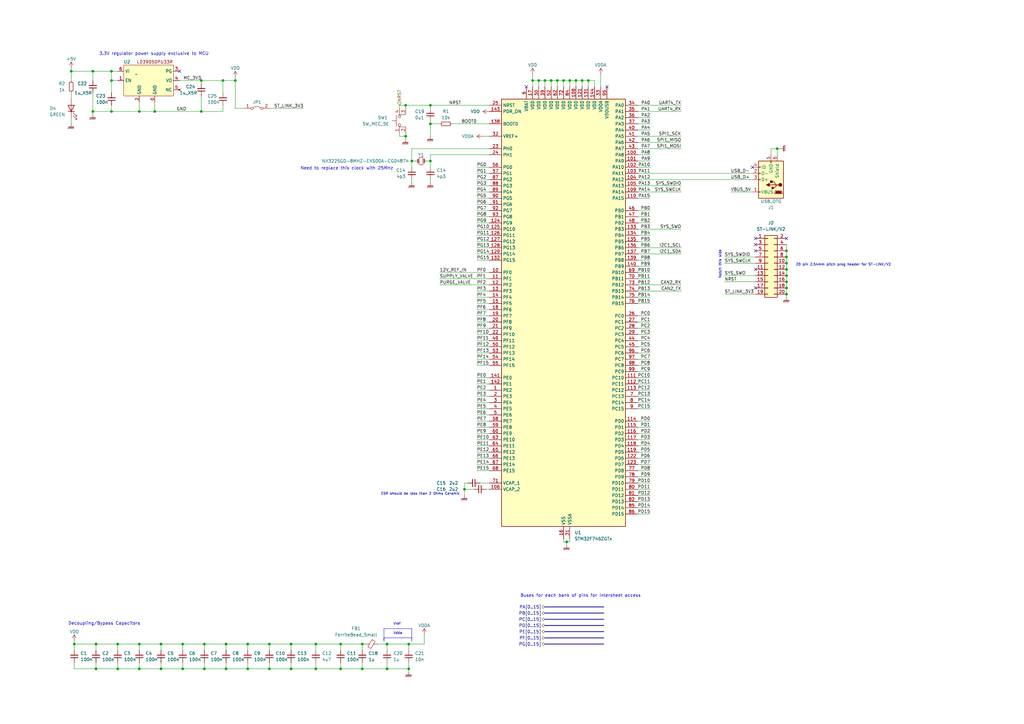
<source format=kicad_sch>
(kicad_sch (version 20230121) (generator eeschema)
  (paper "A3")
  (title_block (title "Microcontroller"))
  (lib_symbols
    (symbol "Connector:USB_OTG" (pin_names (offset 1.016))
      (property "Reference" "J" (at -5.08 11.43 0))
      (property "Value" "USB_OTG" (at -5.08 8.89 0))
      (symbol "USB_OTG_1_1"
        (pin passive line (at 7.62 5.08 180) (length 2.54) (name "VBUS") (number "1"))
        (pin bidirectional line (at 7.62 -2.54 180) (length 2.54) (name "D-") (number "2"))
        (pin bidirectional line (at 7.62 0 180) (length 2.54) (name "D+") (number "3"))
        (pin passive line (at 7.62 -5.08 180) (length 2.54) (name "ID") (number "4"))
        (pin passive line (at 0 -10.16 90) (length 2.54) (name "GND") (number "5"))
        (pin passive line (at -2.54 -10.16 90) (length 2.54) (name "Shield") (number "6"))
      )
    )
    (symbol "Connector_Generic:Conn_02x10_Odd_Even" (pin_names (offset 1.016) hide)
      (property "Reference" "J" (at 1.27 12.7 0))
      (property "Value" "Conn_02x10_Odd_Even" (at 1.27 -15.24 0))
      (symbol "Conn_02x10_Odd_Even_1_1"
        (pin passive line (at -5.08 10.16 0) (length 3.81) (name "Pin_1") (number "1"))
        (pin passive line (at 7.62 0 180) (length 3.81) (name "Pin_10") (number "10"))
        (pin passive line (at -5.08 -2.54 0) (length 3.81) (name "Pin_11") (number "11"))
        (pin passive line (at 7.62 -2.54 180) (length 3.81) (name "Pin_12") (number "12"))
        (pin passive line (at -5.08 -5.08 0) (length 3.81) (name "Pin_13") (number "13"))
        (pin passive line (at 7.62 -5.08 180) (length 3.81) (name "Pin_14") (number "14"))
        (pin passive line (at -5.08 -7.62 0) (length 3.81) (name "Pin_15") (number "15"))
        (pin passive line (at 7.62 -7.62 180) (length 3.81) (name "Pin_16") (number "16"))
        (pin passive line (at -5.08 -10.16 0) (length 3.81) (name "Pin_17") (number "17"))
        (pin passive line (at 7.62 -10.16 180) (length 3.81) (name "Pin_18") (number "18"))
        (pin passive line (at -5.08 -12.7 0) (length 3.81) (name "Pin_19") (number "19"))
        (pin passive line (at 7.62 10.16 180) (length 3.81) (name "Pin_2") (number "2"))
        (pin passive line (at 7.62 -12.7 180) (length 3.81) (name "Pin_20") (number "20"))
        (pin passive line (at -5.08 7.62 0) (length 3.81) (name "Pin_3") (number "3"))
        (pin passive line (at 7.62 7.62 180) (length 3.81) (name "Pin_4") (number "4"))
        (pin passive line (at -5.08 5.08 0) (length 3.81) (name "Pin_5") (number "5"))
        (pin passive line (at 7.62 5.08 180) (length 3.81) (name "Pin_6") (number "6"))
        (pin passive line (at -5.08 2.54 0) (length 3.81) (name "Pin_7") (number "7"))
        (pin passive line (at 7.62 2.54 180) (length 3.81) (name "Pin_8") (number "8"))
        (pin passive line (at -5.08 0 0) (length 3.81) (name "Pin_9") (number "9"))
      )
    )
    (symbol "Device:C_Small" (pin_numbers hide) (pin_names (offset 0.254) hide)
      (property "Reference" "C" (at 0.254 1.778 0))
      (property "Value" "C_Small" (at 0.254 -2.032 0))
      (symbol "C_Small_1_1"
        (pin passive line (at 0 2.54 270) (length 2.032) (name "~") (number "1"))
        (pin passive line (at 0 -2.54 90) (length 2.032) (name "~") (number "2"))
      )
    )
    (symbol "Device:Crystal_Small" (pin_numbers hide) (pin_names (offset 1.016) hide)
      (property "Reference" "Y" (at 0 2.54 0))
      (property "Value" "Crystal_Small" (at 0 -2.54 0))
      (symbol "Crystal_Small_1_1"
        (pin passive line (at -2.54 0 0) (length 1.27) (name "1") (number "1"))
        (pin passive line (at 2.54 0 180) (length 1.27) (name "2") (number "2"))
      )
    )
    (symbol "Device:FerriteBead_Small" (pin_numbers hide) (pin_names (offset 0))
      (property "Reference" "FB" (at 1.905 1.27 0))
      (property "Value" "FerriteBead_Small" (at 1.905 -1.27 0))
      (symbol "FerriteBead_Small_1_1"
        (pin passive line (at 0 2.54 270) (length 1.27) (name "~") (number "1"))
        (pin passive line (at 0 -2.54 90) (length 1.27) (name "~") (number "2"))
      )
    )
    (symbol "Device:LED" (pin_numbers hide) (pin_names (offset 1.016) hide)
      (property "Reference" "D" (at 0 2.54 0))
      (property "Value" "LED" (at 0 -2.54 0))
      (symbol "LED_1_1"
        (pin passive line (at -3.81 0 0) (length 2.54) (name "K") (number "1"))
        (pin passive line (at 3.81 0 180) (length 2.54) (name "A") (number "2"))
      )
    )
    (symbol "Device:R_Small" (pin_numbers hide) (pin_names (offset 0.254) hide)
      (property "Reference" "R" (at 0.762 0.508 0))
      (property "Value" "R_Small" (at 0.762 -1.016 0))
      (symbol "R_Small_1_1"
        (pin passive line (at 0 2.54 270) (length 0.762) (name "~") (number "1"))
        (pin passive line (at 0 -2.54 90) (length 0.762) (name "~") (number "2"))
      )
    )
    (symbol "FCCParts:LD39050PU33R"
      (property "Reference" "U?" (at -3.81 5.08 0))
      (symbol "LD39050PU33R_1_1"
        (text "LD39050PU33R" (at 7.62 5.08 0) (effects (font (size 1.27 1.27))))
        (pin power_in line (at 7.62 -11.43 90) (length 2.54) (name "GND") (number "0"))
        (pin input line (at -7.62 -2.54 0) (length 2.54) (name "EN") (number "1"))
        (pin power_in line (at 1.27 -11.43 90) (length 2.54) (name "GND") (number "2"))
        (pin passive line (at 17.78 1.27 180) (length 2.54) (name "PG") (number "3"))
        (pin power_out line (at 17.78 -2.54 180) (length 2.54) (name "VO") (number "4"))
        (pin no_connect line (at 17.78 -6.35 180) (length 2.54) (name "NC") (number "5"))
        (pin power_in line (at -7.62 1.27 0) (length 2.54) (name "VI") (number "6"))
      )
    )
    (symbol "Jumper:Jumper_2_Bridged" (pin_names (offset 0) hide)
      (property "Reference" "JP" (at 0 1.905 0))
      (property "Value" "Jumper_2_Bridged" (at 0 -2.54 0))
      (symbol "Jumper_2_Bridged_1_1"
        (pin passive line (at -5.08 0 0) (length 2.54) (name "A") (number "1"))
        (pin passive line (at 5.08 0 180) (length 2.54) (name "B") (number "2"))
      )
    )
    (symbol "MCU_ST_STM32F7:STM32F746ZGTx"
      (property "Reference" "U" (at -25.4 90.17 0))
      (property "Value" "STM32F746ZGTx" (at 20.32 90.17 0))
      (symbol "STM32F746ZGTx_1_1"
        (pin bidirectional line (at -30.48 -30.48 0) (length 5.08) (name "PE2") (number "1"))
        (pin bidirectional line (at -30.48 17.78 0) (length 5.08) (name "PF0") (number "10"))
        (pin bidirectional line (at 30.48 66.04 180) (length 5.08) (name "PA8") (number "100"))
        (pin bidirectional line (at 30.48 63.5 180) (length 5.08) (name "PA9") (number "101"))
        (pin bidirectional line (at 30.48 60.96 180) (length 5.08) (name "PA10") (number "102"))
        (pin bidirectional line (at 30.48 58.42 180) (length 5.08) (name "PA11") (number "103"))
        (pin bidirectional line (at 30.48 55.88 180) (length 5.08) (name "PA12") (number "104"))
        (pin bidirectional line (at 30.48 53.34 180) (length 5.08) (name "PA13") (number "105"))
        (pin power_out line (at -30.48 -71.12 0) (length 5.08) (name "VCAP_2") (number "106"))
        (pin passive line (at 0 -91.44 90) (length 5.08) hide (name "VSS") (number "107"))
        (pin power_in line (at 5.08 93.98 270) (length 5.08) (name "VDD") (number "108"))
        (pin bidirectional line (at 30.48 50.8 180) (length 5.08) (name "PA14") (number "109"))
        (pin bidirectional line (at -30.48 15.24 0) (length 5.08) (name "PF1") (number "11"))
        (pin bidirectional line (at 30.48 48.26 180) (length 5.08) (name "PA15") (number "110"))
        (pin bidirectional line (at 30.48 -25.4 180) (length 5.08) (name "PC10") (number "111"))
        (pin bidirectional line (at 30.48 -27.94 180) (length 5.08) (name "PC11") (number "112"))
        (pin bidirectional line (at 30.48 -30.48 180) (length 5.08) (name "PC12") (number "113"))
        (pin bidirectional line (at 30.48 -43.18 180) (length 5.08) (name "PD0") (number "114"))
        (pin bidirectional line (at 30.48 -45.72 180) (length 5.08) (name "PD1") (number "115"))
        (pin bidirectional line (at 30.48 -48.26 180) (length 5.08) (name "PD2") (number "116"))
        (pin bidirectional line (at 30.48 -50.8 180) (length 5.08) (name "PD3") (number "117"))
        (pin bidirectional line (at 30.48 -53.34 180) (length 5.08) (name "PD4") (number "118"))
        (pin bidirectional line (at 30.48 -55.88 180) (length 5.08) (name "PD5") (number "119"))
        (pin bidirectional line (at -30.48 12.7 0) (length 5.08) (name "PF2") (number "12"))
        (pin passive line (at 0 -91.44 90) (length 5.08) hide (name "VSS") (number "120"))
        (pin power_in line (at 7.62 93.98 270) (length 5.08) (name "VDD") (number "121"))
        (pin bidirectional line (at 30.48 -58.42 180) (length 5.08) (name "PD6") (number "122"))
        (pin bidirectional line (at 30.48 -60.96 180) (length 5.08) (name "PD7") (number "123"))
        (pin bidirectional line (at -30.48 38.1 0) (length 5.08) (name "PG9") (number "124"))
        (pin bidirectional line (at -30.48 35.56 0) (length 5.08) (name "PG10") (number "125"))
        (pin bidirectional line (at -30.48 33.02 0) (length 5.08) (name "PG11") (number "126"))
        (pin bidirectional line (at -30.48 30.48 0) (length 5.08) (name "PG12") (number "127"))
        (pin bidirectional line (at -30.48 27.94 0) (length 5.08) (name "PG13") (number "128"))
        (pin bidirectional line (at -30.48 25.4 0) (length 5.08) (name "PG14") (number "129"))
        (pin bidirectional line (at -30.48 10.16 0) (length 5.08) (name "PF3") (number "13"))
        (pin passive line (at 0 -91.44 90) (length 5.08) hide (name "VSS") (number "130"))
        (pin power_in line (at 10.16 93.98 270) (length 5.08) (name "VDD") (number "131"))
        (pin bidirectional line (at -30.48 22.86 0) (length 5.08) (name "PG15") (number "132"))
        (pin bidirectional line (at 30.48 35.56 180) (length 5.08) (name "PB3") (number "133"))
        (pin bidirectional line (at 30.48 33.02 180) (length 5.08) (name "PB4") (number "134"))
        (pin bidirectional line (at 30.48 30.48 180) (length 5.08) (name "PB5") (number "135"))
        (pin bidirectional line (at 30.48 27.94 180) (length 5.08) (name "PB6") (number "136"))
        (pin bidirectional line (at 30.48 25.4 180) (length 5.08) (name "PB7") (number "137"))
        (pin input line (at -30.48 78.74 0) (length 5.08) (name "BOOT0") (number "138"))
        (pin bidirectional line (at 30.48 22.86 180) (length 5.08) (name "PB8") (number "139"))
        (pin bidirectional line (at -30.48 7.62 0) (length 5.08) (name "PF4") (number "14"))
        (pin bidirectional line (at 30.48 20.32 180) (length 5.08) (name "PB9") (number "140"))
        (pin bidirectional line (at -30.48 -25.4 0) (length 5.08) (name "PE0") (number "141"))
        (pin bidirectional line (at -30.48 -27.94 0) (length 5.08) (name "PE1") (number "142"))
        (pin input line (at -30.48 83.82 0) (length 5.08) (name "PDR_ON") (number "143"))
        (pin power_in line (at 12.7 93.98 270) (length 5.08) (name "VDD") (number "144"))
        (pin bidirectional line (at -30.48 5.08 0) (length 5.08) (name "PF5") (number "15"))
        (pin power_in line (at 0 -91.44 90) (length 5.08) (name "VSS") (number "16"))
        (pin power_in line (at -12.7 93.98 270) (length 5.08) (name "VDD") (number "17"))
        (pin bidirectional line (at -30.48 2.54 0) (length 5.08) (name "PF6") (number "18"))
        (pin bidirectional line (at -30.48 0 0) (length 5.08) (name "PF7") (number "19"))
        (pin bidirectional line (at -30.48 -33.02 0) (length 5.08) (name "PE3") (number "2"))
        (pin bidirectional line (at -30.48 -2.54 0) (length 5.08) (name "PF8") (number "20"))
        (pin bidirectional line (at -30.48 -5.08 0) (length 5.08) (name "PF9") (number "21"))
        (pin bidirectional line (at -30.48 -7.62 0) (length 5.08) (name "PF10") (number "22"))
        (pin bidirectional line (at -30.48 68.58 0) (length 5.08) (name "PH0") (number "23"))
        (pin bidirectional line (at -30.48 66.04 0) (length 5.08) (name "PH1") (number "24"))
        (pin input line (at -30.48 86.36 0) (length 5.08) (name "NRST") (number "25"))
        (pin bidirectional line (at 30.48 0 180) (length 5.08) (name "PC0") (number "26"))
        (pin bidirectional line (at 30.48 -2.54 180) (length 5.08) (name "PC1") (number "27"))
        (pin bidirectional line (at 30.48 -5.08 180) (length 5.08) (name "PC2") (number "28"))
        (pin bidirectional line (at 30.48 -7.62 180) (length 5.08) (name "PC3") (number "29"))
        (pin bidirectional line (at -30.48 -35.56 0) (length 5.08) (name "PE4") (number "3"))
        (pin power_in line (at -10.16 93.98 270) (length 5.08) (name "VDD") (number "30"))
        (pin power_in line (at 2.54 -91.44 90) (length 5.08) (name "VSSA") (number "31"))
        (pin input line (at -30.48 73.66 0) (length 5.08) (name "VREF+") (number "32"))
        (pin power_in line (at 15.24 93.98 270) (length 5.08) (name "VDDA") (number "33"))
        (pin bidirectional line (at 30.48 86.36 180) (length 5.08) (name "PA0") (number "34"))
        (pin bidirectional line (at 30.48 83.82 180) (length 5.08) (name "PA1") (number "35"))
        (pin bidirectional line (at 30.48 81.28 180) (length 5.08) (name "PA2") (number "36"))
        (pin bidirectional line (at 30.48 78.74 180) (length 5.08) (name "PA3") (number "37"))
        (pin passive line (at 0 -91.44 90) (length 5.08) hide (name "VSS") (number "38"))
        (pin power_in line (at -7.62 93.98 270) (length 5.08) (name "VDD") (number "39"))
        (pin bidirectional line (at -30.48 -38.1 0) (length 5.08) (name "PE5") (number "4"))
        (pin bidirectional line (at 30.48 76.2 180) (length 5.08) (name "PA4") (number "40"))
        (pin bidirectional line (at 30.48 73.66 180) (length 5.08) (name "PA5") (number "41"))
        (pin bidirectional line (at 30.48 71.12 180) (length 5.08) (name "PA6") (number "42"))
        (pin bidirectional line (at 30.48 68.58 180) (length 5.08) (name "PA7") (number "43"))
        (pin bidirectional line (at 30.48 -10.16 180) (length 5.08) (name "PC4") (number "44"))
        (pin bidirectional line (at 30.48 -12.7 180) (length 5.08) (name "PC5") (number "45"))
        (pin bidirectional line (at 30.48 43.18 180) (length 5.08) (name "PB0") (number "46"))
        (pin bidirectional line (at 30.48 40.64 180) (length 5.08) (name "PB1") (number "47"))
        (pin bidirectional line (at 30.48 38.1 180) (length 5.08) (name "PB2") (number "48"))
        (pin bidirectional line (at -30.48 -10.16 0) (length 5.08) (name "PF11") (number "49"))
        (pin bidirectional line (at -30.48 -40.64 0) (length 5.08) (name "PE6") (number "5"))
        (pin bidirectional line (at -30.48 -12.7 0) (length 5.08) (name "PF12") (number "50"))
        (pin passive line (at 0 -91.44 90) (length 5.08) hide (name "VSS") (number "51"))
        (pin power_in line (at -5.08 93.98 270) (length 5.08) (name "VDD") (number "52"))
        (pin bidirectional line (at -30.48 -15.24 0) (length 5.08) (name "PF13") (number "53"))
        (pin bidirectional line (at -30.48 -17.78 0) (length 5.08) (name "PF14") (number "54"))
        (pin bidirectional line (at -30.48 -20.32 0) (length 5.08) (name "PF15") (number "55"))
        (pin bidirectional line (at -30.48 60.96 0) (length 5.08) (name "PG0") (number "56"))
        (pin bidirectional line (at -30.48 58.42 0) (length 5.08) (name "PG1") (number "57"))
        (pin bidirectional line (at -30.48 -43.18 0) (length 5.08) (name "PE7") (number "58"))
        (pin bidirectional line (at -30.48 -45.72 0) (length 5.08) (name "PE8") (number "59"))
        (pin power_in line (at -15.24 93.98 270) (length 5.08) (name "VBAT") (number "6"))
        (pin bidirectional line (at -30.48 -48.26 0) (length 5.08) (name "PE9") (number "60"))
        (pin passive line (at 0 -91.44 90) (length 5.08) hide (name "VSS") (number "61"))
        (pin power_in line (at -2.54 93.98 270) (length 5.08) (name "VDD") (number "62"))
        (pin bidirectional line (at -30.48 -50.8 0) (length 5.08) (name "PE10") (number "63"))
        (pin bidirectional line (at -30.48 -53.34 0) (length 5.08) (name "PE11") (number "64"))
        (pin bidirectional line (at -30.48 -55.88 0) (length 5.08) (name "PE12") (number "65"))
        (pin bidirectional line (at -30.48 -58.42 0) (length 5.08) (name "PE13") (number "66"))
        (pin bidirectional line (at -30.48 -60.96 0) (length 5.08) (name "PE14") (number "67"))
        (pin bidirectional line (at -30.48 -63.5 0) (length 5.08) (name "PE15") (number "68"))
        (pin bidirectional line (at 30.48 17.78 180) (length 5.08) (name "PB10") (number "69"))
        (pin bidirectional line (at 30.48 -33.02 180) (length 5.08) (name "PC13") (number "7"))
        (pin bidirectional line (at 30.48 15.24 180) (length 5.08) (name "PB11") (number "70"))
        (pin power_out line (at -30.48 -68.58 0) (length 5.08) (name "VCAP_1") (number "71"))
        (pin power_in line (at 0 93.98 270) (length 5.08) (name "VDD") (number "72"))
        (pin bidirectional line (at 30.48 12.7 180) (length 5.08) (name "PB12") (number "73"))
        (pin bidirectional line (at 30.48 10.16 180) (length 5.08) (name "PB13") (number "74"))
        (pin bidirectional line (at 30.48 7.62 180) (length 5.08) (name "PB14") (number "75"))
        (pin bidirectional line (at 30.48 5.08 180) (length 5.08) (name "PB15") (number "76"))
        (pin bidirectional line (at 30.48 -63.5 180) (length 5.08) (name "PD8") (number "77"))
        (pin bidirectional line (at 30.48 -66.04 180) (length 5.08) (name "PD9") (number "78"))
        (pin bidirectional line (at 30.48 -68.58 180) (length 5.08) (name "PD10") (number "79"))
        (pin bidirectional line (at 30.48 -35.56 180) (length 5.08) (name "PC14") (number "8"))
        (pin bidirectional line (at 30.48 -71.12 180) (length 5.08) (name "PD11") (number "80"))
        (pin bidirectional line (at 30.48 -73.66 180) (length 5.08) (name "PD12") (number "81"))
        (pin bidirectional line (at 30.48 -76.2 180) (length 5.08) (name "PD13") (number "82"))
        (pin passive line (at 0 -91.44 90) (length 5.08) hide (name "VSS") (number "83"))
        (pin power_in line (at 2.54 93.98 270) (length 5.08) (name "VDD") (number "84"))
        (pin bidirectional line (at 30.48 -78.74 180) (length 5.08) (name "PD14") (number "85"))
        (pin bidirectional line (at 30.48 -81.28 180) (length 5.08) (name "PD15") (number "86"))
        (pin bidirectional line (at -30.48 55.88 0) (length 5.08) (name "PG2") (number "87"))
        (pin bidirectional line (at -30.48 53.34 0) (length 5.08) (name "PG3") (number "88"))
        (pin bidirectional line (at -30.48 50.8 0) (length 5.08) (name "PG4") (number "89"))
        (pin bidirectional line (at 30.48 -38.1 180) (length 5.08) (name "PC15") (number "9"))
        (pin bidirectional line (at -30.48 48.26 0) (length 5.08) (name "PG5") (number "90"))
        (pin bidirectional line (at -30.48 45.72 0) (length 5.08) (name "PG6") (number "91"))
        (pin bidirectional line (at -30.48 43.18 0) (length 5.08) (name "PG7") (number "92"))
        (pin bidirectional line (at -30.48 40.64 0) (length 5.08) (name "PG8") (number "93"))
        (pin passive line (at 0 -91.44 90) (length 5.08) hide (name "VSS") (number "94"))
        (pin power_in line (at 17.78 93.98 270) (length 5.08) (name "VDDUSB") (number "95"))
        (pin bidirectional line (at 30.48 -15.24 180) (length 5.08) (name "PC6") (number "96"))
        (pin bidirectional line (at 30.48 -17.78 180) (length 5.08) (name "PC7") (number "97"))
        (pin bidirectional line (at 30.48 -20.32 180) (length 5.08) (name "PC8") (number "98"))
        (pin bidirectional line (at 30.48 -22.86 180) (length 5.08) (name "PC9") (number "99"))
      )
    )
    (symbol "Switch:SW_MEC_5E" (pin_names (offset 1.016) hide)
      (property "Reference" "SW" (at 0.635 5.715 0))
      (property "Value" "SW_MEC_5E" (at 0 -3.175 0))
      (symbol "SW_MEC_5E_0_1"
        (pin passive line (at -5.08 2.54 0) (length 2.54) (name "1") (number "1"))
        (pin passive line (at -5.08 0 0) (length 2.54) (name "2") (number "2"))
        (pin passive line (at 5.08 0 180) (length 2.54) (name "K") (number "3"))
        (pin passive line (at 5.08 2.54 180) (length 2.54) (name "A") (number "4"))
      )
    )
    (symbol "power:+5V" (power) (pin_names (offset 0))
      (property "Value" "+5V" (at 0 3.556 0))
      (symbol "+5V_1_1"
        (pin power_in line (at 0 0 90) (length 0) hide (name "+5V") (number "1"))
      )
    )
    (symbol "power:GNDPWR" (power) (pin_names (offset 0))
      (property "Value" "GNDPWR" (at 0 -3.302 0))
      (symbol "GNDPWR_1_1"
        (pin power_in line (at 0 0 270) (length 0) hide (name "GNDPWR") (number "1"))
      )
    )
    (symbol "power:VDD" (power) (pin_names (offset 0))
      (property "Value" "VDD" (at 0 3.81 0))
      (symbol "VDD_1_1"
        (pin power_in line (at 0 0 90) (length 0) hide (name "VDD") (number "1"))
      )
    )
    (symbol "power:VDDA" (power) (pin_names (offset 0))
      (property "Value" "VDDA" (at 0 3.81 0))
      (symbol "VDDA_1_1"
        (pin power_in line (at 0 0 90) (length 0) hide (name "VDDA") (number "1"))
      )
    )
  )
  (junction (at 119.38 274.32))
  (junction (at 231.14 33.02))
  (junction (at 92.71 274.32))
  (junction (at 226.06 33.02))
  (junction (at 101.6 264.16))
  (junction (at 176.53 43.18))
  (junction (at 176.53 66.04))
  (junction (at 139.7 264.16))
  (junction (at 322.58 105.41))
  (junction (at 166.37 43.18))
  (junction (at 74.93 264.16))
  (junction (at 166.37 55.88))
  (junction (at 48.26 274.32))
  (junction (at 39.37 264.16))
  (junction (at 322.58 102.87))
  (junction (at 57.15 264.16))
  (junction (at 158.75 274.32))
  (junction (at 148.59 274.32))
  (junction (at 322.58 115.57))
  (junction (at 158.75 264.16))
  (junction (at 110.49 274.32))
  (junction (at 57.15 274.32))
  (junction (at 83.82 274.32))
  (junction (at 63.5 45.72))
  (junction (at 233.68 33.02))
  (junction (at 232.41 222.25))
  (junction (at 82.55 33.02))
  (junction (at 322.58 118.11))
  (junction (at 101.6 274.32))
  (junction (at 322.58 120.65))
  (junction (at 176.53 50.8))
  (junction (at 236.22 33.02))
  (junction (at 38.1 29.21))
  (junction (at 91.44 33.02))
  (junction (at 83.82 264.16))
  (junction (at 167.64 274.32))
  (junction (at 322.58 107.95))
  (junction (at 39.37 274.32))
  (junction (at 218.44 33.02))
  (junction (at 119.38 264.16))
  (junction (at 168.91 66.04))
  (junction (at 45.72 45.72))
  (junction (at 223.52 33.02))
  (junction (at 228.6 33.02))
  (junction (at 110.49 264.16))
  (junction (at 139.7 274.32))
  (junction (at 45.72 33.02))
  (junction (at 38.1 45.72))
  (junction (at 241.3 33.02))
  (junction (at 129.54 274.32))
  (junction (at 96.52 33.02))
  (junction (at 74.93 274.32))
  (junction (at 129.54 264.16))
  (junction (at 29.21 29.21))
  (junction (at 57.15 45.72))
  (junction (at 82.55 45.72))
  (junction (at 220.98 33.02))
  (junction (at 238.76 33.02))
  (junction (at 167.64 264.16))
  (junction (at 190.5 200.66))
  (junction (at 48.26 264.16))
  (junction (at 45.72 29.21))
  (junction (at 92.71 264.16))
  (junction (at 66.04 274.32))
  (junction (at 322.58 113.03))
  (junction (at 322.58 110.49))
  (junction (at 30.48 264.16))
  (junction (at 148.59 264.16))
  (junction (at 66.04 264.16))
  (junction (at 318.77 60.96))
  (no_connect (at 73.66 29.21))
  (no_connect (at 322.58 97.79))
  (no_connect (at 248.92 35.56))
  (no_connect (at 215.9 35.56))
  (no_connect (at 309.88 100.33))
  (no_connect (at 309.88 118.11))
  (no_connect (at 309.88 102.87))
  (no_connect (at 309.88 97.79))
  (no_connect (at 309.88 110.49))
  (no_connect (at 308.61 68.58))
  (wire (pts (xy 173.99 264.16) (xy 173.99 260.35)))
  (wire (pts (xy 195.58 175.26) (xy 200.66 175.26)))
  (wire (pts (xy 266.7 144.78) (xy 261.62 144.78)))
  (wire (pts (xy 163.83 43.18) (xy 163.83 44.45)))
  (wire (pts (xy 30.48 264.16) (xy 39.37 264.16)))
  (wire (pts (xy 48.26 274.32) (xy 57.15 274.32)))
  (wire (pts (xy 266.7 154.94) (xy 261.62 154.94)))
  (wire (pts (xy 45.72 33.02) (xy 48.26 33.02)))
  (wire (pts (xy 266.7 129.54) (xy 261.62 129.54)))
  (wire (pts (xy 238.76 33.02) (xy 238.76 35.56)))
  (wire (pts (xy 195.58 104.14) (xy 200.66 104.14)))
  (wire (pts (xy 266.7 175.26) (xy 261.62 175.26)))
  (wire (pts (xy 66.04 271.78) (xy 66.04 274.32)))
  (wire (pts (xy 91.44 45.72) (xy 91.44 43.18)))
  (wire (pts (xy 318.77 60.96) (xy 318.77 63.5)))
  (wire (pts (xy 266.7 114.3) (xy 261.62 114.3)))
  (wire (pts (xy 195.58 124.46) (xy 200.66 124.46)))
  (wire (pts (xy 195.58 86.36) (xy 200.66 86.36)))
  (wire (pts (xy 266.7 99.06) (xy 261.62 99.06)))
  (wire (pts (xy 63.5 45.72) (xy 82.55 45.72)))
  (wire (pts (xy 195.58 187.96) (xy 200.66 187.96)))
  (wire (pts (xy 30.48 262.89) (xy 30.48 264.16)))
  (wire (pts (xy 29.21 38.1) (xy 29.21 40.64)))
  (wire (pts (xy 129.54 271.78) (xy 129.54 274.32)))
  (wire (pts (xy 266.7 193.04) (xy 261.62 193.04)))
  (wire (pts (xy 297.18 120.65) (xy 309.88 120.65)))
  (wire (pts (xy 195.58 160.02) (xy 200.66 160.02)))
  (bus (pts (xy 223.52 251.46) (xy 247.65 251.46)))
  (wire (pts (xy 195.58 91.44) (xy 200.66 91.44)))
  (wire (pts (xy 266.7 142.24) (xy 261.62 142.24)))
  (wire (pts (xy 195.58 182.88) (xy 200.66 182.88)))
  (wire (pts (xy 266.7 66.04) (xy 261.62 66.04)))
  (wire (pts (xy 266.7 185.42) (xy 261.62 185.42)))
  (bus (pts (xy 223.52 248.92) (xy 247.65 248.92)))
  (wire (pts (xy 195.58 177.8) (xy 200.66 177.8)))
  (wire (pts (xy 148.59 264.16) (xy 149.86 264.16)))
  (wire (pts (xy 119.38 264.16) (xy 129.54 264.16)))
  (wire (pts (xy 166.37 57.15) (xy 166.37 55.88)))
  (wire (pts (xy 167.64 264.16) (xy 167.64 266.7)))
  (wire (pts (xy 185.42 50.8) (xy 200.66 50.8)))
  (wire (pts (xy 163.83 54.61) (xy 163.83 55.88)))
  (wire (pts (xy 241.3 33.02) (xy 243.84 33.02)))
  (wire (pts (xy 167.64 275.59) (xy 167.64 274.32)))
  (wire (pts (xy 195.58 185.42) (xy 200.66 185.42)))
  (wire (pts (xy 228.6 33.02) (xy 231.14 33.02)))
  (wire (pts (xy 38.1 45.72) (xy 45.72 45.72)))
  (wire (pts (xy 195.58 190.5) (xy 200.66 190.5)))
  (wire (pts (xy 261.62 104.14) (xy 279.4 104.14)))
  (wire (pts (xy 195.58 99.06) (xy 200.66 99.06)))
  (wire (pts (xy 266.7 172.72) (xy 261.62 172.72)))
  (wire (pts (xy 266.7 109.22) (xy 261.62 109.22)))
  (wire (pts (xy 261.62 93.98) (xy 279.4 93.98)))
  (bus (pts (xy 223.52 264.16) (xy 247.65 264.16)))
  (wire (pts (xy 223.52 33.02) (xy 223.52 35.56)))
  (wire (pts (xy 261.62 58.42) (xy 279.4 58.42)))
  (wire (pts (xy 266.7 53.34) (xy 261.62 53.34)))
  (wire (pts (xy 195.58 157.48) (xy 200.66 157.48)))
  (wire (pts (xy 92.71 264.16) (xy 101.6 264.16)))
  (wire (pts (xy 266.7 139.7) (xy 261.62 139.7)))
  (wire (pts (xy 168.91 66.04) (xy 168.91 68.58)))
  (wire (pts (xy 266.7 106.68) (xy 261.62 106.68)))
  (wire (pts (xy 45.72 45.72) (xy 57.15 45.72)))
  (wire (pts (xy 110.49 264.16) (xy 110.49 266.7)))
  (wire (pts (xy 158.75 274.32) (xy 167.64 274.32)))
  (wire (pts (xy 158.75 264.16) (xy 167.64 264.16)))
  (wire (pts (xy 233.68 33.02) (xy 233.68 35.56)))
  (wire (pts (xy 148.59 264.16) (xy 148.59 266.7)))
  (wire (pts (xy 101.6 264.16) (xy 110.49 264.16)))
  (wire (pts (xy 220.98 35.56) (xy 220.98 33.02)))
  (wire (pts (xy 266.7 134.62) (xy 261.62 134.62)))
  (wire (pts (xy 91.44 33.02) (xy 91.44 38.1)))
  (wire (pts (xy 261.62 43.18) (xy 279.4 43.18)))
  (wire (pts (xy 218.44 33.02) (xy 218.44 35.56)))
  (wire (pts (xy 29.21 27.94) (xy 29.21 29.21)))
  (wire (pts (xy 38.1 29.21) (xy 38.1 33.02)))
  (wire (pts (xy 191.77 198.12) (xy 190.5 198.12)))
  (wire (pts (xy 176.53 66.04) (xy 176.53 68.58)))
  (wire (pts (xy 266.7 190.5) (xy 261.62 190.5)))
  (wire (pts (xy 195.58 144.78) (xy 200.66 144.78)))
  (wire (pts (xy 82.55 45.72) (xy 91.44 45.72)))
  (wire (pts (xy 195.58 71.12) (xy 200.66 71.12)))
  (wire (pts (xy 180.34 114.3) (xy 200.66 114.3)))
  (wire (pts (xy 266.7 157.48) (xy 261.62 157.48)))
  (wire (pts (xy 322.58 102.87) (xy 322.58 105.41)))
  (wire (pts (xy 195.58 134.62) (xy 200.66 134.62)))
  (wire (pts (xy 266.7 162.56) (xy 261.62 162.56)))
  (wire (pts (xy 226.06 33.02) (xy 226.06 35.56)))
  (wire (pts (xy 322.58 120.65) (xy 322.58 121.92)))
  (polyline (pts (xy 168.91 261.62) (xy 168.91 262.89)))
  (wire (pts (xy 266.7 88.9) (xy 261.62 88.9)))
  (wire (pts (xy 195.58 106.68) (xy 200.66 106.68)))
  (wire (pts (xy 195.58 119.38) (xy 200.66 119.38)))
  (polyline (pts (xy 157.48 262.89) (xy 157.48 261.62)))
  (wire (pts (xy 180.34 116.84) (xy 200.66 116.84)))
  (polyline (pts (xy 157.48 261.62) (xy 168.91 261.62)))
  (wire (pts (xy 66.04 264.16) (xy 66.04 266.7)))
  (wire (pts (xy 92.71 264.16) (xy 92.71 266.7)))
  (wire (pts (xy 119.38 274.32) (xy 129.54 274.32)))
  (wire (pts (xy 48.26 271.78) (xy 48.26 274.32)))
  (wire (pts (xy 195.58 149.86) (xy 200.66 149.86)))
  (bus (pts (xy 223.52 256.54) (xy 247.65 256.54)))
  (wire (pts (xy 322.58 107.95) (xy 322.58 110.49)))
  (wire (pts (xy 57.15 264.16) (xy 66.04 264.16)))
  (wire (pts (xy 148.59 274.32) (xy 158.75 274.32)))
  (wire (pts (xy 30.48 266.7) (xy 30.48 264.16)))
  (wire (pts (xy 166.37 43.18) (xy 166.37 44.45)))
  (wire (pts (xy 195.58 81.28) (xy 200.66 81.28)))
  (wire (pts (xy 196.85 198.12) (xy 200.66 198.12)))
  (wire (pts (xy 96.52 44.45) (xy 100.33 44.45)))
  (wire (pts (xy 318.77 60.96) (xy 320.04 60.96)))
  (wire (pts (xy 266.7 63.5) (xy 261.62 63.5)))
  (wire (pts (xy 261.62 78.74) (xy 279.4 78.74)))
  (wire (pts (xy 218.44 30.48) (xy 218.44 33.02)))
  (wire (pts (xy 101.6 271.78) (xy 101.6 274.32)))
  (wire (pts (xy 322.58 115.57) (xy 322.58 118.11)))
  (wire (pts (xy 200.66 63.5) (xy 176.53 63.5)))
  (wire (pts (xy 29.21 29.21) (xy 38.1 29.21)))
  (wire (pts (xy 45.72 33.02) (xy 45.72 38.1)))
  (wire (pts (xy 48.26 264.16) (xy 57.15 264.16)))
  (wire (pts (xy 236.22 33.02) (xy 238.76 33.02)))
  (wire (pts (xy 176.53 43.18) (xy 176.53 44.45)))
  (wire (pts (xy 129.54 264.16) (xy 129.54 266.7)))
  (wire (pts (xy 308.61 78.74) (xy 299.72 78.74)))
  (wire (pts (xy 266.7 149.86) (xy 261.62 149.86)))
  (wire (pts (xy 166.37 54.61) (xy 166.37 55.88)))
  (wire (pts (xy 316.23 60.96) (xy 318.77 60.96)))
  (wire (pts (xy 66.04 274.32) (xy 74.93 274.32)))
  (wire (pts (xy 176.53 49.53) (xy 176.53 50.8)))
  (wire (pts (xy 195.58 68.58) (xy 200.66 68.58)))
  (wire (pts (xy 195.58 142.24) (xy 200.66 142.24)))
  (wire (pts (xy 195.58 165.1) (xy 200.66 165.1)))
  (wire (pts (xy 129.54 264.16) (xy 139.7 264.16)))
  (wire (pts (xy 168.91 60.96) (xy 168.91 66.04)))
  (wire (pts (xy 167.64 271.78) (xy 167.64 274.32)))
  (wire (pts (xy 176.53 50.8) (xy 180.34 50.8)))
  (wire (pts (xy 82.55 33.02) (xy 91.44 33.02)))
  (wire (pts (xy 231.14 33.02) (xy 233.68 33.02)))
  (wire (pts (xy 266.7 177.8) (xy 261.62 177.8)))
  (wire (pts (xy 261.62 101.6) (xy 279.4 101.6)))
  (wire (pts (xy 261.62 55.88) (xy 279.4 55.88)))
  (wire (pts (xy 261.62 60.96) (xy 279.4 60.96)))
  (wire (pts (xy 38.1 29.21) (xy 45.72 29.21)))
  (wire (pts (xy 91.44 33.02) (xy 96.52 33.02)))
  (wire (pts (xy 200.66 60.96) (xy 168.91 60.96)))
  (wire (pts (xy 101.6 264.16) (xy 101.6 266.7)))
  (wire (pts (xy 83.82 271.78) (xy 83.82 274.32)))
  (wire (pts (xy 158.75 271.78) (xy 158.75 274.32)))
  (wire (pts (xy 57.15 271.78) (xy 57.15 274.32)))
  (wire (pts (xy 57.15 45.72) (xy 57.15 41.91)))
  (wire (pts (xy 29.21 48.26) (xy 29.21 50.8)))
  (wire (pts (xy 39.37 274.32) (xy 48.26 274.32)))
  (wire (pts (xy 246.38 30.48) (xy 246.38 35.56)))
  (wire (pts (xy 168.91 66.04) (xy 170.18 66.04)))
  (wire (pts (xy 195.58 172.72) (xy 200.66 172.72)))
  (wire (pts (xy 195.58 101.6) (xy 200.66 101.6)))
  (wire (pts (xy 139.7 271.78) (xy 139.7 274.32)))
  (wire (pts (xy 220.98 33.02) (xy 223.52 33.02)))
  (wire (pts (xy 266.7 68.58) (xy 261.62 68.58)))
  (wire (pts (xy 195.58 154.94) (xy 200.66 154.94)))
  (wire (pts (xy 231.14 222.25) (xy 232.41 222.25)))
  (wire (pts (xy 195.58 88.9) (xy 200.66 88.9)))
  (wire (pts (xy 266.7 137.16) (xy 261.62 137.16)))
  (wire (pts (xy 261.62 45.72) (xy 279.4 45.72)))
  (wire (pts (xy 241.3 33.02) (xy 241.3 35.56)))
  (wire (pts (xy 29.21 29.21) (xy 29.21 33.02)))
  (wire (pts (xy 48.26 264.16) (xy 48.26 266.7)))
  (wire (pts (xy 190.5 198.12) (xy 190.5 200.66)))
  (wire (pts (xy 233.68 33.02) (xy 236.22 33.02)))
  (wire (pts (xy 266.7 111.76) (xy 261.62 111.76)))
  (wire (pts (xy 139.7 264.16) (xy 148.59 264.16)))
  (wire (pts (xy 243.84 35.56) (xy 243.84 33.02)))
  (wire (pts (xy 195.58 129.54) (xy 200.66 129.54)))
  (wire (pts (xy 167.64 264.16) (xy 173.99 264.16)))
  (wire (pts (xy 228.6 33.02) (xy 228.6 35.56)))
  (wire (pts (xy 266.7 50.8) (xy 261.62 50.8)))
  (wire (pts (xy 266.7 132.08) (xy 261.62 132.08)))
  (wire (pts (xy 195.58 193.04) (xy 200.66 193.04)))
  (wire (pts (xy 190.5 200.66) (xy 190.5 203.2)))
  (wire (pts (xy 96.52 31.75) (xy 96.52 33.02)))
  (wire (pts (xy 266.7 208.28) (xy 261.62 208.28)))
  (wire (pts (xy 322.58 100.33) (xy 322.58 102.87)))
  (wire (pts (xy 180.34 111.76) (xy 200.66 111.76)))
  (wire (pts (xy 195.58 180.34) (xy 200.66 180.34)))
  (wire (pts (xy 266.7 198.12) (xy 261.62 198.12)))
  (wire (pts (xy 38.1 45.72) (xy 38.1 46.99)))
  (wire (pts (xy 38.1 38.1) (xy 38.1 45.72)))
  (polyline (pts (xy 168.91 257.81) (xy 168.91 262.89)))
  (wire (pts (xy 158.75 264.16) (xy 158.75 266.7)))
  (wire (pts (xy 236.22 33.02) (xy 236.22 35.56)))
  (wire (pts (xy 266.7 48.26) (xy 261.62 48.26)))
  (wire (pts (xy 195.58 147.32) (xy 200.66 147.32)))
  (wire (pts (xy 45.72 29.21) (xy 45.72 33.02)))
  (wire (pts (xy 176.53 73.66) (xy 176.53 74.93)))
  (wire (pts (xy 195.58 76.2) (xy 200.66 76.2)))
  (wire (pts (xy 322.58 118.11) (xy 322.58 120.65)))
  (wire (pts (xy 266.7 182.88) (xy 261.62 182.88)))
  (wire (pts (xy 266.7 147.32) (xy 261.62 147.32)))
  (wire (pts (xy 92.71 274.32) (xy 101.6 274.32)))
  (wire (pts (xy 266.7 152.4) (xy 261.62 152.4)))
  (wire (pts (xy 195.58 96.52) (xy 200.66 96.52)))
  (wire (pts (xy 322.58 113.03) (xy 322.58 115.57)))
  (wire (pts (xy 266.7 121.92) (xy 261.62 121.92)))
  (wire (pts (xy 297.18 107.95) (xy 309.88 107.95)))
  (wire (pts (xy 195.58 93.98) (xy 200.66 93.98)))
  (wire (pts (xy 195.58 139.7) (xy 200.66 139.7)))
  (wire (pts (xy 316.23 60.96) (xy 316.23 63.5)))
  (wire (pts (xy 322.58 110.49) (xy 322.58 113.03)))
  (wire (pts (xy 57.15 274.32) (xy 66.04 274.32)))
  (wire (pts (xy 119.38 264.16) (xy 119.38 266.7)))
  (wire (pts (xy 30.48 274.32) (xy 39.37 274.32)))
  (wire (pts (xy 66.04 264.16) (xy 74.93 264.16)))
  (wire (pts (xy 110.49 264.16) (xy 119.38 264.16)))
  (wire (pts (xy 266.7 210.82) (xy 261.62 210.82)))
  (wire (pts (xy 83.82 264.16) (xy 83.82 266.7)))
  (wire (pts (xy 148.59 271.78) (xy 148.59 274.32)))
  (wire (pts (xy 195.58 137.16) (xy 200.66 137.16)))
  (wire (pts (xy 266.7 180.34) (xy 261.62 180.34)))
  (wire (pts (xy 266.7 167.64) (xy 261.62 167.64)))
  (wire (pts (xy 83.82 274.32) (xy 92.71 274.32)))
  (wire (pts (xy 168.91 73.66) (xy 168.91 74.93)))
  (wire (pts (xy 190.5 200.66) (xy 194.31 200.66)))
  (wire (pts (xy 82.55 39.37) (xy 82.55 45.72)))
  (wire (pts (xy 266.7 203.2) (xy 261.62 203.2)))
  (wire (pts (xy 261.62 119.38) (xy 279.4 119.38)))
  (wire (pts (xy 297.18 105.41) (xy 309.88 105.41)))
  (wire (pts (xy 195.58 132.08) (xy 200.66 132.08)))
  (wire (pts (xy 74.93 271.78) (xy 74.93 274.32)))
  (wire (pts (xy 74.93 264.16) (xy 74.93 266.7)))
  (wire (pts (xy 110.49 271.78) (xy 110.49 274.32)))
  (polyline (pts (xy 157.48 257.81) (xy 168.91 257.81)))
  (wire (pts (xy 74.93 274.32) (xy 83.82 274.32)))
  (wire (pts (xy 57.15 264.16) (xy 57.15 266.7)))
  (polyline (pts (xy 157.48 257.81) (xy 157.48 262.89)))
  (wire (pts (xy 195.58 121.92) (xy 200.66 121.92)))
  (wire (pts (xy 232.41 222.25) (xy 233.68 222.25)))
  (wire (pts (xy 176.53 66.04) (xy 175.26 66.04)))
  (wire (pts (xy 266.7 187.96) (xy 261.62 187.96)))
  (wire (pts (xy 266.7 96.52) (xy 261.62 96.52)))
  (wire (pts (xy 223.52 33.02) (xy 226.06 33.02)))
  (wire (pts (xy 195.58 83.82) (xy 200.66 83.82)))
  (wire (pts (xy 266.7 86.36) (xy 261.62 86.36)))
  (wire (pts (xy 176.53 50.8) (xy 176.53 55.88)))
  (wire (pts (xy 176.53 63.5) (xy 176.53 66.04)))
  (wire (pts (xy 129.54 274.32) (xy 139.7 274.32)))
  (wire (pts (xy 266.7 200.66) (xy 261.62 200.66)))
  (wire (pts (xy 322.58 105.41) (xy 322.58 107.95)))
  (wire (pts (xy 195.58 167.64) (xy 200.66 167.64)))
  (wire (pts (xy 45.72 43.18) (xy 45.72 45.72)))
  (wire (pts (xy 110.49 274.32) (xy 119.38 274.32)))
  (wire (pts (xy 110.49 44.45) (xy 124.46 44.45)))
  (wire (pts (xy 232.41 222.25) (xy 232.41 223.52)))
  (wire (pts (xy 119.38 271.78) (xy 119.38 274.32)))
  (wire (pts (xy 195.58 73.66) (xy 200.66 73.66)))
  (wire (pts (xy 57.15 45.72) (xy 63.5 45.72)))
  (wire (pts (xy 101.6 274.32) (xy 110.49 274.32)))
  (wire (pts (xy 266.7 205.74) (xy 261.62 205.74)))
  (wire (pts (xy 195.58 127) (xy 200.66 127)))
  (wire (pts (xy 195.58 170.18) (xy 200.66 170.18)))
  (wire (pts (xy 261.62 73.66) (xy 308.61 73.66)))
  (wire (pts (xy 63.5 41.91) (xy 63.5 45.72)))
  (wire (pts (xy 45.72 29.21) (xy 48.26 29.21)))
  (wire (pts (xy 226.06 33.02) (xy 228.6 33.02)))
  (wire (pts (xy 166.37 55.88) (xy 163.83 55.88)))
  (wire (pts (xy 218.44 33.02) (xy 220.98 33.02)))
  (bus (pts (xy 223.52 261.62) (xy 247.65 261.62)))
  (wire (pts (xy 198.12 55.88) (xy 200.66 55.88)))
  (wire (pts (xy 238.76 33.02) (xy 241.3 33.02)))
  (wire (pts (xy 297.18 113.03) (xy 309.88 113.03)))
  (wire (pts (xy 176.53 43.18) (xy 166.37 43.18)))
  (wire (pts (xy 261.62 116.84) (xy 279.4 116.84)))
  (wire (pts (xy 297.18 115.57) (xy 309.88 115.57)))
  (wire (pts (xy 266.7 165.1) (xy 261.62 165.1)))
  (wire (pts (xy 139.7 264.16) (xy 139.7 266.7)))
  (wire (pts (xy 82.55 33.02) (xy 82.55 34.29)))
  (wire (pts (xy 195.58 78.74) (xy 200.66 78.74)))
  (wire (pts (xy 266.7 81.28) (xy 261.62 81.28)))
  (wire (pts (xy 231.14 33.02) (xy 231.14 35.56)))
  (wire (pts (xy 231.14 220.98) (xy 231.14 222.25)))
  (wire (pts (xy 261.62 76.2) (xy 279.4 76.2)))
  (wire (pts (xy 266.7 124.46) (xy 261.62 124.46)))
  (wire (pts (xy 96.52 33.02) (xy 96.52 44.45)))
  (wire (pts (xy 39.37 271.78) (xy 39.37 274.32)))
  (wire (pts (xy 176.53 43.18) (xy 200.66 43.18)))
  (wire (pts (xy 139.7 274.32) (xy 148.59 274.32)))
  (wire (pts (xy 233.68 222.25) (xy 233.68 220.98)))
  (wire (pts (xy 266.7 160.02) (xy 261.62 160.02)))
  (wire (pts (xy 92.71 271.78) (xy 92.71 274.32)))
  (wire (pts (xy 39.37 264.16) (xy 48.26 264.16)))
  (wire (pts (xy 154.94 264.16) (xy 158.75 264.16)))
  (wire (pts (xy 30.48 271.78) (xy 30.48 274.32)))
  (wire (pts (xy 266.7 195.58) (xy 261.62 195.58)))
  (wire (pts (xy 73.66 33.02) (xy 82.55 33.02)))
  (wire (pts (xy 166.37 43.18) (xy 163.83 43.18)))
  (bus (pts (xy 223.52 254) (xy 247.65 254)))
  (bus (pts (xy 223.52 259.08) (xy 247.65 259.08)))
  (wire (pts (xy 195.58 162.56) (xy 200.66 162.56)))
  (wire (pts (xy 199.39 200.66) (xy 200.66 200.66)))
  (wire (pts (xy 261.62 71.12) (xy 308.61 71.12)))
  (wire (pts (xy 83.82 264.16) (xy 92.71 264.16)))
  (wire (pts (xy 39.37 264.16) (xy 39.37 266.7)))
  (wire (pts (xy 266.7 91.44) (xy 261.62 91.44)))
  (wire (pts (xy 74.93 264.16) (xy 83.82 264.16)))
  (text "Vdda" (at 161.29 260.35 0) (effects (font (size 1 1)) (justify left bottom)))
  (text "Buses for each bank of pins for intersheet access" (at 213.36 245.11 0) (effects (font (size 1.27 1.27)) (justify left bottom)))
  (text "20 pin 2.54mm pitch prog header for ST-LINK/V2" (at 326.39 109.22 0) (effects (font (size 1 1)) (justify left bottom)))
  (text "Decoupling/Bypass Capacitors" (at 27.94 256.54 0) (effects (font (size 1.27 1.27)) (justify left bottom)))
  (text "Vref" (at 161.29 256.54 0) (effects (font (size 1 1)) (justify left bottom)))
  (text "ESR should be less than 2 Ohms Ceramic\n" (at 156.21 203.2 0) (effects (font (size 1 1)) (justify left bottom)))
  (text "Notch this side" (at 295.91 114.3 90) (effects (font (size 1 1)) (justify left bottom)))
  (text "Need to replace this clock with 25MHz" (at 123.19 69.85 0) (effects (font (size 1.27 1.27)) (justify left bottom)))
  (text "3.3V regulator power supply exclusive to MCU" (at 40.64 22.86 0) (effects (font (size 1.27 1.27)) (justify left bottom)))
  (label "PA12" (at 266.7 73.66 180))
  (label "PB6" (at 266.7 101.6 180))
  (label "SUPPLY_VALVE" (at 180.34 114.3 0))
  (label "PF5" (at 195.58 124.46 0))
  (label "I2C1_SCL" (at 279.4 101.6 180))
  (label "PE14" (at 195.58 190.5 0))
  (label "MC_3V3" (at 82.55 33.02 180))
  (label "PB2" (at 266.7 91.44 180))
  (label "PC9" (at 266.7 152.4 180))
  (label "PE6" (at 195.58 170.18 0))
  (label "PD4" (at 266.7 182.88 180))
  (label "PA4" (at 266.7 53.34 180))
  (label "PE13" (at 195.58 187.96 0))
  (label "CAN2_TX" (at 279.4 119.38 180))
  (label "PE0" (at 195.58 154.94 0))
  (label "PD2" (at 266.7 177.8 180))
  (label "PF8" (at 195.58 132.08 0))
  (label "PC8" (at 266.7 149.86 180))
  (label "PG5" (at 195.58 81.28 0))
  (label "PA3" (at 266.7 50.8 180))
  (label "PB9" (at 266.7 109.22 180))
  (label "PC10" (at 266.7 154.94 180))
  (label "PB8" (at 266.7 106.68 180))
  (label "PC11" (at 266.7 157.48 180))
  (label "PC13" (at 266.7 162.56 180))
  (label "PF15" (at 195.58 149.86 0))
  (label "PB11" (at 266.7 114.3 180))
  (label "PC12" (at 266.7 160.02 180))
  (label "PA2" (at 266.7 48.26 180))
  (label "PD11" (at 266.7 200.66 180))
  (label "PD1" (at 266.7 175.26 180))
  (label "USB_D+" (at 299.72 73.66 0))
  (label "PE4" (at 195.58 165.1 0))
  (label "PF11" (at 195.58 139.7 0))
  (label "PF13" (at 195.58 144.78 0))
  (label "PE11" (at 195.58 182.88 0))
  (label "PG1" (at 195.58 71.12 0))
  (label "PG15" (at 195.58 106.68 0))
  (label "PB15" (at 266.7 124.46 180))
  (label "PG8" (at 195.58 88.9 0))
  (label "PF2" (at 195.58 116.84 0))
  (label "PA10" (at 266.7 68.58 180))
  (label "PG7" (at 195.58 86.36 0))
  (label "PA5" (at 266.7 55.88 180))
  (label "PE1" (at 195.58 157.48 0))
  (label "PE7" (at 195.58 172.72 0))
  (label "PD12" (at 266.7 203.2 180))
  (label "PB7" (at 266.7 104.14 180))
  (label "PE9" (at 195.58 177.8 0))
  (label "PC4" (at 266.7 139.7 180))
  (label "PC3" (at 266.7 137.16 180))
  (label "PD13" (at 266.7 205.74 180))
  (label "PA9" (at 266.7 66.04 180))
  (label "PB12" (at 266.7 116.84 180))
  (label "PD5" (at 266.7 185.42 180))
  (label "12V_REF_IN" (at 180.34 111.76 0))
  (label "PA1" (at 266.7 45.72 180))
  (label "PC5" (at 266.7 142.24 180))
  (label "PG0" (at 195.58 68.58 0))
  (label "PF10" (at 195.58 137.16 0))
  (label "NRST" (at 297.18 115.57 0))
  (label "SPI1_MISO" (at 279.4 58.42 180))
  (label "PC6" (at 266.7 144.78 180))
  (label "PF14" (at 195.58 147.32 0))
  (label "SYS_SWO" (at 279.4 93.98 180))
  (label "PB13" (at 266.7 119.38 180))
  (label "NRST" (at 184.15 43.18 0))
  (label "PE8" (at 195.58 175.26 0))
  (label "PF0" (at 195.58 111.76 0))
  (label "PF3" (at 195.58 119.38 0))
  (label "SPI1_SCK" (at 279.4 55.88 180))
  (label "PG6" (at 195.58 83.82 0))
  (label "PB3" (at 266.7 93.98 180))
  (label "PD6" (at 266.7 187.96 180))
  (label "UART4_RX" (at 279.4 45.72 180))
  (label "ST_LINK_3V3" (at 297.18 120.65 0))
  (label "PB5" (at 266.7 99.06 180))
  (label "PE10" (at 195.58 180.34 0))
  (label "PA13" (at 266.7 76.2 180))
  (label "PE12" (at 195.58 185.42 0))
  (label "PB0" (at 266.7 86.36 180))
  (label "USB_D-" (at 299.72 71.12 0))
  (label "PG10" (at 195.58 93.98 0))
  (label "PD3" (at 266.7 180.34 180))
  (label "PA11" (at 266.7 71.12 180))
  (label "SYS_SWCLK" (at 279.4 78.74 180))
  (label "PG14" (at 195.58 104.14 0))
  (label "PC15" (at 266.7 167.64 180))
  (label "SYS_SWDIO" (at 297.18 105.41 0))
  (label "PF4" (at 195.58 121.92 0))
  (label "PD9" (at 266.7 195.58 180))
  (label "CAN2_RX" (at 279.4 116.84 180))
  (label "GND" (at 72.39 45.72 0))
  (label "PG13" (at 195.58 101.6 0))
  (label "PC1" (at 266.7 132.08 180))
  (label "PURGE_VALVE" (at 180.34 116.84 0))
  (label "ST_LINK_3V3" (at 124.46 44.45 180))
  (label "SYS_SWO" (at 297.18 113.03 0))
  (label "PA8" (at 266.7 63.5 180))
  (label "PD10" (at 266.7 198.12 180))
  (label "PG9" (at 195.58 91.44 0))
  (label "PB10" (at 266.7 111.76 180))
  (label "PD8" (at 266.7 193.04 180))
  (label "PE15" (at 195.58 193.04 0))
  (label "PA6" (at 266.7 58.42 180))
  (label "PF1" (at 195.58 114.3 0))
  (label "PG11" (at 195.58 96.52 0))
  (label "PB14" (at 266.7 121.92 180))
  (label "PA0" (at 266.7 43.18 180))
  (label "PF7" (at 195.58 129.54 0))
  (label "SPI1_MOSI" (at 279.4 60.96 180))
  (label "PB4" (at 266.7 96.52 180))
  (label "PE5" (at 195.58 167.64 0))
  (label "PC0" (at 266.7 129.54 180))
  (label "PC7" (at 266.7 147.32 180))
  (label "PE2" (at 195.58 160.02 0))
  (label "VBUS_5V" (at 299.72 78.74 0))
  (label "PG3" (at 195.58 76.2 0))
  (label "PA7" (at 266.7 60.96 180))
  (label "SYS_SWCLK" (at 297.18 107.95 0))
  (label "PF9" (at 195.58 134.62 0))
  (label "PD0" (at 266.7 172.72 180))
  (label "I2C1_SDA" (at 279.4 104.14 180))
  (label "PG4" (at 195.58 78.74 0))
  (label "PA15" (at 266.7 81.28 180))
  (label "PA14" (at 266.7 78.74 180))
  (label "PC14" (at 266.7 165.1 180))
  (label "PE3" (at 195.58 162.56 0))
  (label "PD15" (at 266.7 210.82 180))
  (label "PC2" (at 266.7 134.62 180))
  (label "PF6" (at 195.58 127 0))
  (label "PB1" (at 266.7 88.9 180))
  (label "PG12" (at 195.58 99.06 0))
  (label "PG2" (at 195.58 73.66 0))
  (label "PF12" (at 195.58 142.24 0))
  (label "BOOT0" (at 189.23 50.8 0))
  (label "SYS_SWDIO" (at 279.4 76.2 180))
  (label "UART4_TX" (at 279.4 43.18 180))
  (label "PD14" (at 266.7 208.28 180))
  (label "PD7" (at 266.7 190.5 180))
  (hierarchical_label "NRST" (shape input) (at 163.83 43.18 90))
  (hierarchical_label "PC[0..15]" (shape bidirectional) (at 223.52 254 180))
  (hierarchical_label "PB[0..15]" (shape bidirectional) (at 223.52 251.46 180))
  (hierarchical_label "PD[0..15]" (shape bidirectional) (at 223.52 256.54 180))
  (hierarchical_label "PG[0..15]" (shape bidirectional) (at 223.52 264.16 180))
  (hierarchical_label "PE[0..15]" (shape bidirectional) (at 223.52 259.08 180))
  (hierarchical_label "PF[0..15]" (shape bidirectional) (at 223.52 261.62 180))
  (hierarchical_label "PA[0..15]" (shape bidirectional) (at 223.52 248.92 180))
  (symbol (lib_id "Device:C_Small") (at 30.48 269.24 180) (unit 1)
    (property "Reference" "C1" (at 33.02 267.97 0) (effects (justify right)))
    (property "Value" "100n" (at 33.02 270.51 0) (effects (justify right)))
    (property "Currency" "CAD" (effects hide))
  )
  (symbol (lib_id "Device:C_Small") (at 57.15 269.24 180) (unit 1)
    (property "Reference" "C4" (at 59.69 267.97 0) (effects (justify right)))
    (property "Value" "100n" (at 59.69 270.51 0) (effects (justify right)))
    (property "Currency" "CAD" (effects hide))
  )
  (symbol (lib_id "power:GNDPWR") (at 232.41 223.52 0) (unit 1)
    (property "Reference" "#PWR01" (effects hide))
    (property "Value" "GNDPWR" (effects hide))
    (instances (project "Fuel_Cell_Controller_Prototype" (path "" (reference "#PWR01") (unit 1)) (path "" (reference "#PWR09") (unit 1))))
  )
  (symbol (lib_id "power:VDDA") (at 198.12 55.88 90) (unit 1)
    (property "Reference" "#PWR053" (effects hide))
    (property "Value" "VDDA" (at 194.31 55.88 90) (effects (justify left)))
  )
  (symbol (lib_id "Device:C_Small") (at 176.53 46.99 180) (unit 1)
    (property "Reference" "C19" (at 170.18 45.72 0) (effects (justify right)))
    (property "Value" "0u1" (at 170.18 48.26 0) (effects (justify right)))
    (property "Currency" "CAD" (effects hide))
    (instances (project "Fuel_Cell_Controller_Prototype" (path "" (reference "C19") (unit 1)) (path "" (reference "C15") (unit 1))))
  )
  (symbol (lib_id "power:GNDPWR") (at 320.04 60.96 90) (mirror x) (unit 1)
    (property "Reference" "#PWR016" (effects hide))
    (property "Value" "GNDPWR" (effects hide))
  )
  (symbol (lib_id "power:VDD") (at 30.48 262.89 0) (unit 1)
    (property "Reference" "#PWR017" (effects hide))
    (property "Value" "VDD" (at 30.48 259.08 0))
  )
  (symbol (lib_id "power:GNDPWR") (at 190.5 203.2 0) (unit 1)
    (property "Reference" "#PWR07" (effects hide))
    (property "Value" "GNDPWR" (effects hide))
    (instances (project "Fuel_Cell_Controller_Prototype" (path "" (reference "#PWR07") (unit 1)) (path "" (reference "#PWR03") (unit 1))))
  )
  (symbol (lib_id "power:VDDA") (at 173.99 260.35 0) (unit 1)
    (property "Reference" "#PWR014" (effects hide))
    (property "Value" "VDDA" (at 173.99 256.54 0))
  )
  (symbol (lib_id "MCU_ST_STM32F7:STM32F746ZGTx") (at 231.14 129.54 0) (unit 1)
    (property "Reference" "U1" (at 235.6359 218.44 0) (effects (justify left)))
    (property "Value" "STM32F746ZGTx" (at 235.6359 220.98 0) (effects (justify left)))
    (property "Footprint" "Package_QFP:LQFP-144_20x20mm_P0.5mm" (effects hide))
    (property "Datasheet" "https://www.st.com/resource/en/datasheet/stm32f746zg.pdf" (effects hide))
  )
  (symbol (lib_id "Device:C_Small") (at 129.54 269.24 180) (unit 1)
    (property "Reference" "C12" (at 132.08 267.97 0) (effects (justify right)))
    (property "Value" "4u7" (at 132.08 270.51 0) (effects (justify right)))
    (property "Currency" "CAD" (effects hide))
  )
  (symbol (lib_id "Jumper:Jumper_2_Bridged") (at 105.41 44.45 0) (unit 1)
    (property "Reference" "JP1" (at 105.41 41.91 0))
    (property "Value" "Jumper_2_Bridged" (effects hide))
  )
  (symbol (lib_id "Device:C_Small") (at 168.91 71.12 0) (unit 1)
    (property "Reference" "C14" (at 166.37 69.85 0) (effects (justify right)))
    (property "Value" "4p3" (at 166.37 72.39 0) (effects (justify right)))
    (property "Currency" "CAD" (effects hide))
    (instances (project "Fuel_Cell_Controller_Prototype" (path "" (reference "C14") (unit 1)) (path "" (reference "C26") (unit 1))))
  )
  (symbol (lib_id "power:GNDPWR") (at 166.37 57.15 0) (unit 1)
    (property "Reference" "#PWR09" (effects hide))
    (property "Value" "GNDPWR" (effects hide))
    (instances (project "Fuel_Cell_Controller_Prototype" (path "" (reference "#PWR09") (unit 1)) (path "" (reference "#PWR01") (unit 1))))
  )
  (symbol (lib_id "Device:C_Small") (at 167.64 269.24 180) (unit 1)
    (property "Reference" "C21" (at 170.18 267.97 0) (effects (justify right)))
    (property "Value" "10n" (at 170.18 270.51 0) (effects (justify right)))
    (property "Currency" "CAD" (effects hide))
  )
  (symbol (lib_id "Device:C_Small") (at 66.04 269.24 180) (unit 1)
    (property "Reference" "C5" (at 68.58 267.97 0) (effects (justify right)))
    (property "Value" "100n" (at 68.58 270.51 0) (effects (justify right)))
    (property "Currency" "CAD" (effects hide))
  )
  (symbol (lib_id "Device:R_Small") (at 182.88 50.8 90) (unit 1)
    (property "Reference" "R1" (at 182.88 45.72 90))
    (property "Value" "10k" (at 182.88 48.26 90))
  )
  (symbol (lib_id "Device:R_Small") (at 29.21 35.56 180) (unit 1)
    (property "Reference" "R2" (at 25.4 34.29 0))
    (property "Value" "1k" (at 25.4 36.83 0))
  )
  (symbol (lib_id "power:VDD") (at 200.66 45.72 90) (unit 1)
    (property "Reference" "#PWR013" (effects hide))
    (property "Value" "VDD" (at 196.85 45.72 90) (effects (justify left)))
  )
  (symbol (lib_id "power:GNDPWR") (at 168.91 74.93 0) (unit 1)
    (property "Reference" "#PWR08" (effects hide))
    (property "Value" "GNDPWR" (effects hide))
    (instances (project "Fuel_Cell_Controller_Prototype" (path "" (reference "#PWR08") (unit 1)) (path "" (reference "#PWR019") (unit 1))))
  )
  (symbol (lib_id "Device:LED") (at 29.21 44.45 90) (unit 1)
    (property "Reference" "D4" (at 20.32 44.45 90) (effects (justify right)))
    (property "Value" "GREEN" (at 20.32 46.99 90) (effects (justify right)))
  )
  (symbol (lib_id "power:GNDPWR") (at 38.1 46.99 0) (unit 1)
    (property "Reference" "#PWR014" (effects hide))
    (property "Value" "GNDPWR" (effects hide))
    (instances (project "Fuel_Cell_Controller_Prototype" (path "" (reference "#PWR014") (unit 1)) (path "" (reference "#PWR07") (unit 1))))
  )
  (symbol (lib_id "Device:C_Small") (at 194.31 198.12 270) (unit 1)
    (property "Reference" "C15" (at 182.88 198.12 90) (effects (justify right)))
    (property "Value" "2u2" (at 187.96 198.12 90) (effects (justify right)))
    (property "Currency" "CAD" (effects hide))
    (instances (project "Fuel_Cell_Controller_Prototype" (path "" (reference "C15") (unit 1)) (path "" (reference "C16") (unit 1))))
  )
  (symbol (lib_id "power:GNDPWR") (at 176.53 55.88 0) (unit 1)
    (property "Reference" "#PWR08" (effects hide))
    (property "Value" "GNDPWR" (effects hide))
    (instances (project "Fuel_Cell_Controller_Prototype" (path "" (reference "#PWR08") (unit 1)) (path "" (reference "#PWR02") (unit 1))))
  )
  (symbol (lib_id "Device:C_Small") (at 101.6 269.24 180) (unit 1)
    (property "Reference" "C9" (at 104.14 267.97 0) (effects (justify right)))
    (property "Value" "100n" (at 104.14 270.51 0) (effects (justify right)))
    (property "Currency" "CAD" (effects hide))
  )
  (symbol (lib_id "Device:C_Small") (at 196.85 200.66 270) (unit 1)
    (property "Reference" "C16" (at 182.88 200.66 90) (effects (justify right)))
    (property "Value" "2u2" (at 187.96 200.66 90) (effects (justify right)))
    (property "Currency" "CAD" (effects hide))
    (instances (project "Fuel_Cell_Controller_Prototype" (path "" (reference "C16") (unit 1)) (path "" (reference "C19") (unit 1))))
  )
  (symbol (lib_id "Device:C_Small") (at 148.59 269.24 180) (unit 1)
    (property "Reference" "C18" (at 151.13 267.97 0) (effects (justify right)))
    (property "Value" "1u" (at 151.13 270.51 0) (effects (justify right)))
    (property "Currency" "CAD" (effects hide))
    (instances (project "Fuel_Cell_Controller_Prototype" (path "" (reference "C18") (unit 1)) (path "" (reference "C14") (unit 1))))
  )
  (symbol (lib_id "Device:C_Small") (at 91.44 40.64 180) (unit 1)
    (property "Reference" "C25" (at 85.09 39.37 0) (effects (justify right)))
    (property "Value" "100n" (at 85.09 41.91 0) (effects (justify right)))
    (property "Currency" "CAD" (effects hide))
  )
  (symbol (lib_id "Connector:USB_OTG") (at 316.23 73.66 180) (unit 1)
    (property "Reference" "J1" (at 316.23 85.09 0))
    (property "Value" "USB_OTG" (at 316.23 82.55 0))
    (property "Datasheet" " ~" (effects hide))
  )
  (symbol (lib_id "Device:C_Small") (at 48.26 269.24 180) (unit 1)
    (property "Reference" "C3" (at 50.8 267.97 0) (effects (justify right)))
    (property "Value" "100n" (at 50.8 270.51 0) (effects (justify right)))
    (property "Currency" "CAD" (effects hide))
  )
  (symbol (lib_id "Device:C_Small") (at 92.71 269.24 180) (unit 1)
    (property "Reference" "C8" (at 95.25 267.97 0) (effects (justify right)))
    (property "Value" "100n" (at 95.25 270.51 0) (effects (justify right)))
    (property "Currency" "CAD" (effects hide))
  )
  (symbol (lib_id "Device:C_Small") (at 158.75 269.24 180) (unit 1)
    (property "Reference" "C20" (at 161.29 267.97 0) (effects (justify right)))
    (property "Value" "1u" (at 161.29 270.51 0) (effects (justify right)))
    (property "Currency" "CAD" (effects hide))
  )
  (symbol (lib_id "Connector_Generic:Conn_02x10_Odd_Even") (at 314.96 107.95 0) (unit 1)
    (property "Reference" "J2" (at 316.23 91.44 0))
    (property "Value" "ST-LINK/V2" (at 316.23 93.98 0))
  )
  (symbol (lib_id "Device:Crystal_Small") (at 172.72 66.04 0) (unit 1)
    (property "Reference" "Y1" (at 172.72 63.5 0))
    (property "Value" "NX3225GD-8MHZ-EXS00A-CG04874\n" (at 149.86 66.04 0))
  )
  (symbol (lib_id "Switch:SW_MEC_5E") (at 166.37 49.53 90) (unit 1)
    (property "Reference" "SW1" (at 154.94 48.26 90) (effects (justify right)))
    (property "Value" "SW_MEC_5E" (at 148.59 50.8 90) (effects (justify right)))
    (property "Datasheet" "http://www.apem.com/int/index.php?controller=attachment&id_attachment=1371" (effects hide))
  )
  (symbol (lib_id "Device:C_Small") (at 82.55 36.83 180) (unit 1)
    (property "Reference" "C24" (at 76.2 35.56 0) (effects (justify right)))
    (property "Value" "1u_X5R" (at 73.66 38.1 0) (effects (justify right)))
    (property "Currency" "CAD" (effects hide))
  )
  (symbol (lib_id "Device:C_Small") (at 83.82 269.24 180) (unit 1)
    (property "Reference" "C7" (at 86.36 267.97 0) (effects (justify right)))
    (property "Value" "100n" (at 86.36 270.51 0) (effects (justify right)))
    (property "Currency" "CAD" (effects hide))
  )
  (symbol (lib_id "power:VDD") (at 218.44 30.48 0) (unit 1)
    (property "Reference" "#PWR012" (effects hide))
    (property "Value" "VDD" (at 218.44 26.67 0))
  )
  (symbol (lib_id "power:GNDPWR") (at 176.53 74.93 0) (unit 1)
    (property "Reference" "#PWR08" (effects hide))
    (property "Value" "GNDPWR" (effects hide))
    (instances (project "Fuel_Cell_Controller_Prototype" (path "" (reference "#PWR08") (unit 1)) (path "" (reference "#PWR018") (unit 1))))
  )
  (symbol (lib_id "Device:C_Small") (at 119.38 269.24 180) (unit 1)
    (property "Reference" "C13" (at 121.92 267.97 0) (effects (justify right)))
    (property "Value" "100n" (at 121.92 270.51 0) (effects (justify right)))
    (property "Currency" "CAD" (effects hide))
    (instances (project "Fuel_Cell_Controller_Prototype" (path "" (reference "C13") (unit 1)) (path "" (reference "C11") (unit 1))))
  )
  (symbol (lib_id "Device:C_Small") (at 74.93 269.24 180) (unit 1)
    (property "Reference" "C6" (at 77.47 267.97 0) (effects (justify right)))
    (property "Value" "100n" (at 77.47 270.51 0) (effects (justify right)))
    (property "Currency" "CAD" (effects hide))
  )
  (symbol (lib_id "Device:C_Small") (at 139.7 269.24 180) (unit 1)
    (property "Reference" "C11" (at 142.24 267.97 0) (effects (justify right)))
    (property "Value" "100n" (at 142.24 270.51 0) (effects (justify right)))
    (property "Currency" "CAD" (effects hide))
    (instances (project "Fuel_Cell_Controller_Prototype" (path "" (reference "C11") (unit 1)) (path "" (reference "C13") (unit 1))))
  )
  (symbol (lib_id "power:GNDPWR") (at 167.64 275.59 0) (unit 1)
    (property "Reference" "#PWR06" (effects hide))
    (property "Value" "GNDPWR" (effects hide))
  )
  (symbol (lib_id "Device:C_Small") (at 38.1 35.56 180) (unit 1)
    (property "Reference" "C22" (at 31.75 34.29 0) (effects (justify right)))
    (property "Value" "1u_X5R" (at 30.48 38.1 0) (effects (justify right)))
    (property "Currency" "CAD" (effects hide))
  )
  (symbol (lib_id "Device:C_Small") (at 176.53 71.12 180) (unit 1)
    (property "Reference" "C14" (at 179.07 69.85 0) (effects (justify right)))
    (property "Value" "4p3" (at 179.07 72.39 0) (effects (justify right)))
    (property "Currency" "CAD" (effects hide))
    (instances (project "Fuel_Cell_Controller_Prototype" (path "" (reference "C14") (unit 1)) (path "" (reference "C27") (unit 1))))
  )
  (symbol (lib_id "FCCParts:LD39050PU33R") (at 55.88 30.48 0) (unit 1)
    (property "Reference" "U2" (at 52.07 25.4 0))
    (property "Value" "~" (at 55.88 30.48 0))
  )
  (symbol (lib_id "power:VDD") (at 96.52 31.75 0) (unit 1)
    (property "Reference" "#PWR08" (effects hide))
    (property "Value" "VDD" (at 96.52 27.94 0))
  )
  (symbol (lib_id "Device:C_Small") (at 45.72 40.64 180) (unit 1)
    (property "Reference" "C23" (at 39.37 39.37 0) (effects (justify right)))
    (property "Value" "100n" (at 39.37 41.91 0) (effects (justify right)))
    (property "Currency" "CAD" (effects hide))
  )
  (symbol (lib_id "power:GNDPWR") (at 322.58 121.92 0) (unit 1)
    (property "Reference" "#PWR014" (effects hide))
    (property "Value" "GNDPWR" (effects hide))
    (instances (project "Fuel_Cell_Controller_Prototype" (path "" (reference "#PWR014") (unit 1)) (path "" (reference "#PWR020") (unit 1))))
  )
  (symbol (lib_id "Device:C_Small") (at 39.37 269.24 180) (unit 1)
    (property "Reference" "C2" (at 41.91 267.97 0) (effects (justify right)))
    (property "Value" "100n" (at 41.91 270.51 0) (effects (justify right)))
    (property "Currency" "CAD" (effects hide))
  )
  (symbol (lib_id "power:+5V") (at 29.21 27.94 0) (unit 1)
    (property "Reference" "#PWR017" (effects hide))
    (property "Value" "+5V" (at 29.21 24.13 0))
    (instances (project "Fuel_Cell_Controller_Prototype" (path "" (reference "#PWR017") (unit 1)) (path "" (reference "#PWR04") (unit 1))))
  )
  (symbol (lib_id "power:VDDA") (at 246.38 30.48 0) (unit 1)
    (property "Reference" "#PWR055" (effects hide))
    (property "Value" "VDDA" (at 243.84 26.67 0) (effects (justify left)))
  )
  (symbol (lib_id "Device:C_Small") (at 110.49 269.24 180) (unit 1)
    (property "Reference" "C10" (at 113.03 267.97 0) (effects (justify right)))
    (property "Value" "100n" (at 113.03 270.51 0) (effects (justify right)))
    (property "Currency" "CAD" (effects hide))
  )
  (symbol (lib_id "power:GNDPWR") (at 29.21 50.8 0) (unit 1)
    (property "Reference" "#PWR013" (effects hide))
    (property "Value" "GNDPWR" (effects hide))
    (instances (project "Fuel_Cell_Controller_Prototype" (path "" (reference "#PWR013") (unit 1)) (path "" (reference "#PWR05") (unit 1))))
  )
  (symbol (lib_id "Device:FerriteBead_Small") (at 152.4 264.16 90) (unit 1)
    (property "Reference" "FB1" (at 146.05 257.81 90))
    (property "Value" "FerriteBead_Small" (at 146.05 260.35 90))
  )
)
</source>
